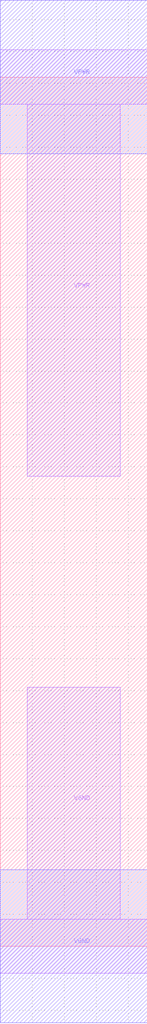
<source format=lef>
# Copyright 2020 The SkyWater PDK Authors
#
# Licensed under the Apache License, Version 2.0 (the "License");
# you may not use this file except in compliance with the License.
# You may obtain a copy of the License at
#
#     https://www.apache.org/licenses/LICENSE-2.0
#
# Unless required by applicable law or agreed to in writing, software
# distributed under the License is distributed on an "AS IS" BASIS,
# WITHOUT WARRANTIES OR CONDITIONS OF ANY KIND, either express or implied.
# See the License for the specific language governing permissions and
# limitations under the License.
#
# SPDX-License-Identifier: Apache-2.0

VERSION 5.5 ;
NAMESCASESENSITIVE ON ;
BUSBITCHARS "[]" ;
DIVIDERCHAR "/" ;
MACRO sky130_fd_sc_hd__tapvpwrvgnd_1
  CLASS CORE ;
  SOURCE USER ;
  ORIGIN  0.000000  0.000000 ;
  SIZE  0.460000 BY  2.720000 ;
  SYMMETRY X Y R90 ;
  SITE unithd ;
  PIN VGND
    DIRECTION INOUT ;
    SHAPE ABUTMENT ;
    USE GROUND ;
    PORT
      LAYER li1 ;
        RECT 0.000000 -0.085000 0.460000 0.085000 ;
        RECT 0.085000  0.085000 0.375000 0.810000 ;
    END
    PORT
      LAYER met1 ;
        RECT 0.000000 -0.240000 0.460000 0.240000 ;
    END
  END VGND
  PIN VPWR
    DIRECTION INOUT ;
    SHAPE ABUTMENT ;
    USE POWER ;
    PORT
      LAYER li1 ;
        RECT 0.000000 2.635000 0.460000 2.805000 ;
        RECT 0.085000 1.470000 0.375000 2.635000 ;
    END
    PORT
      LAYER met1 ;
        RECT 0.000000 2.480000 0.460000 2.960000 ;
    END
  END VPWR
  OBS
  END
END sky130_fd_sc_hd__tapvpwrvgnd_1
END LIBRARY

</source>
